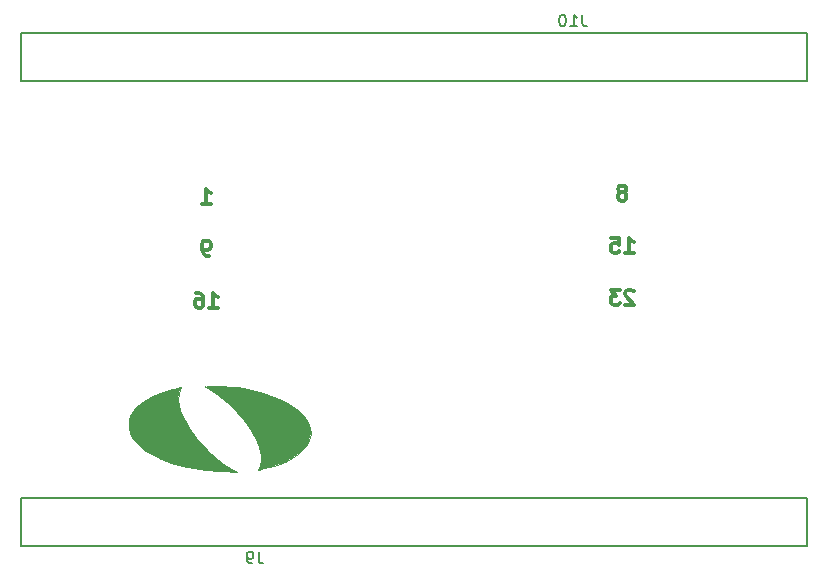
<source format=gbo>
G04 #@! TF.GenerationSoftware,KiCad,Pcbnew,5.0.2-bee76a0~70~ubuntu18.04.1*
G04 #@! TF.CreationDate,2019-05-01T23:50:06-04:00*
G04 #@! TF.ProjectId,external_board,65787465-726e-4616-9c5f-626f6172642e,rev?*
G04 #@! TF.SameCoordinates,Original*
G04 #@! TF.FileFunction,Legend,Bot*
G04 #@! TF.FilePolarity,Positive*
%FSLAX46Y46*%
G04 Gerber Fmt 4.6, Leading zero omitted, Abs format (unit mm)*
G04 Created by KiCad (PCBNEW 5.0.2-bee76a0~70~ubuntu18.04.1) date Wed 01 May 2019 11:50:06 PM EDT*
%MOMM*%
%LPD*%
G01*
G04 APERTURE LIST*
%ADD10C,0.300000*%
%ADD11C,0.150000*%
%ADD12C,0.010000*%
G04 APERTURE END LIST*
D10*
X133215742Y-69570523D02*
X133941457Y-69570523D01*
X133578600Y-69570523D02*
X133578600Y-68300523D01*
X133699552Y-68481952D01*
X133820504Y-68602904D01*
X133941457Y-68663380D01*
X133820504Y-73980523D02*
X133578600Y-73980523D01*
X133457647Y-73920047D01*
X133397171Y-73859571D01*
X133276219Y-73678142D01*
X133215742Y-73436238D01*
X133215742Y-72952428D01*
X133276219Y-72831476D01*
X133336695Y-72771000D01*
X133457647Y-72710523D01*
X133699552Y-72710523D01*
X133820504Y-72771000D01*
X133880980Y-72831476D01*
X133941457Y-72952428D01*
X133941457Y-73254809D01*
X133880980Y-73375761D01*
X133820504Y-73436238D01*
X133699552Y-73496714D01*
X133457647Y-73496714D01*
X133336695Y-73436238D01*
X133276219Y-73375761D01*
X133215742Y-73254809D01*
X133820504Y-78390523D02*
X134546219Y-78390523D01*
X134183361Y-78390523D02*
X134183361Y-77120523D01*
X134304314Y-77301952D01*
X134425266Y-77422904D01*
X134546219Y-77483380D01*
X132731933Y-77120523D02*
X132973838Y-77120523D01*
X133094790Y-77181000D01*
X133155266Y-77241476D01*
X133276219Y-77422904D01*
X133336695Y-77664809D01*
X133336695Y-78148619D01*
X133276219Y-78269571D01*
X133215742Y-78330047D01*
X133094790Y-78390523D01*
X132852885Y-78390523D01*
X132731933Y-78330047D01*
X132671457Y-78269571D01*
X132610980Y-78148619D01*
X132610980Y-77846238D01*
X132671457Y-77725285D01*
X132731933Y-77664809D01*
X132852885Y-77604333D01*
X133094790Y-77604333D01*
X133215742Y-77664809D01*
X133276219Y-77725285D01*
X133336695Y-77846238D01*
X168903952Y-68590809D02*
X169024904Y-68530333D01*
X169085380Y-68469857D01*
X169145857Y-68348904D01*
X169145857Y-68288428D01*
X169085380Y-68167476D01*
X169024904Y-68107000D01*
X168903952Y-68046523D01*
X168662047Y-68046523D01*
X168541095Y-68107000D01*
X168480619Y-68167476D01*
X168420142Y-68288428D01*
X168420142Y-68348904D01*
X168480619Y-68469857D01*
X168541095Y-68530333D01*
X168662047Y-68590809D01*
X168903952Y-68590809D01*
X169024904Y-68651285D01*
X169085380Y-68711761D01*
X169145857Y-68832714D01*
X169145857Y-69074619D01*
X169085380Y-69195571D01*
X169024904Y-69256047D01*
X168903952Y-69316523D01*
X168662047Y-69316523D01*
X168541095Y-69256047D01*
X168480619Y-69195571D01*
X168420142Y-69074619D01*
X168420142Y-68832714D01*
X168480619Y-68711761D01*
X168541095Y-68651285D01*
X168662047Y-68590809D01*
X169024904Y-73726523D02*
X169750619Y-73726523D01*
X169387761Y-73726523D02*
X169387761Y-72456523D01*
X169508714Y-72637952D01*
X169629666Y-72758904D01*
X169750619Y-72819380D01*
X167875857Y-72456523D02*
X168480619Y-72456523D01*
X168541095Y-73061285D01*
X168480619Y-73000809D01*
X168359666Y-72940333D01*
X168057285Y-72940333D01*
X167936333Y-73000809D01*
X167875857Y-73061285D01*
X167815380Y-73182238D01*
X167815380Y-73484619D01*
X167875857Y-73605571D01*
X167936333Y-73666047D01*
X168057285Y-73726523D01*
X168359666Y-73726523D01*
X168480619Y-73666047D01*
X168541095Y-73605571D01*
X169750619Y-76987476D02*
X169690142Y-76927000D01*
X169569190Y-76866523D01*
X169266809Y-76866523D01*
X169145857Y-76927000D01*
X169085380Y-76987476D01*
X169024904Y-77108428D01*
X169024904Y-77229380D01*
X169085380Y-77410809D01*
X169811095Y-78136523D01*
X169024904Y-78136523D01*
X168601571Y-76866523D02*
X167815380Y-76866523D01*
X168238714Y-77350333D01*
X168057285Y-77350333D01*
X167936333Y-77410809D01*
X167875857Y-77471285D01*
X167815380Y-77592238D01*
X167815380Y-77894619D01*
X167875857Y-78015571D01*
X167936333Y-78076047D01*
X168057285Y-78136523D01*
X168420142Y-78136523D01*
X168541095Y-78076047D01*
X168601571Y-78015571D01*
D11*
G04 #@! TO.C,J9*
X184404000Y-98552000D02*
X184404000Y-94488000D01*
X184404000Y-98552000D02*
X117856000Y-98552000D01*
X117856000Y-94488000D02*
X184404000Y-94488000D01*
X117856000Y-98552000D02*
X117856000Y-94488000D01*
G04 #@! TO.C,J10*
X184404000Y-55118000D02*
X184404000Y-59182000D01*
X184404000Y-59182000D02*
X117856000Y-59182000D01*
X117856000Y-55118000D02*
X184404000Y-55118000D01*
X117856000Y-55118000D02*
X117856000Y-59182000D01*
D12*
G04 #@! TO.C,G\002A\002A\002A*
G36*
X135409070Y-91833726D02*
X134917169Y-91503291D01*
X134370346Y-91069905D01*
X133809000Y-90570573D01*
X133273529Y-90042300D01*
X132804333Y-89522091D01*
X132583963Y-89245931D01*
X132126696Y-88579336D01*
X131753857Y-87913455D01*
X131471473Y-87267948D01*
X131285570Y-86662477D01*
X131202175Y-86116703D01*
X131227313Y-85650289D01*
X131367011Y-85282896D01*
X131368549Y-85280500D01*
X131450728Y-85142806D01*
X131468119Y-85094163D01*
X131381643Y-85115915D01*
X131168768Y-85170831D01*
X130866916Y-85249234D01*
X130683000Y-85297173D01*
X129690197Y-85598716D01*
X128857883Y-85944146D01*
X128182425Y-86335661D01*
X127660192Y-86775457D01*
X127287551Y-87265734D01*
X127219140Y-87392824D01*
X127037408Y-87923567D01*
X127015747Y-88448968D01*
X127144897Y-88963274D01*
X127415597Y-89460731D01*
X127818584Y-89935585D01*
X128344599Y-90382082D01*
X128984380Y-90794469D01*
X129728666Y-91166991D01*
X130568195Y-91493894D01*
X131493707Y-91769426D01*
X132495940Y-91987831D01*
X133565633Y-92143355D01*
X134693526Y-92230246D01*
X135023482Y-92241618D01*
X136146631Y-92269785D01*
X135409070Y-91833726D01*
X135409070Y-91833726D01*
G37*
X135409070Y-91833726D02*
X134917169Y-91503291D01*
X134370346Y-91069905D01*
X133809000Y-90570573D01*
X133273529Y-90042300D01*
X132804333Y-89522091D01*
X132583963Y-89245931D01*
X132126696Y-88579336D01*
X131753857Y-87913455D01*
X131471473Y-87267948D01*
X131285570Y-86662477D01*
X131202175Y-86116703D01*
X131227313Y-85650289D01*
X131367011Y-85282896D01*
X131368549Y-85280500D01*
X131450728Y-85142806D01*
X131468119Y-85094163D01*
X131381643Y-85115915D01*
X131168768Y-85170831D01*
X130866916Y-85249234D01*
X130683000Y-85297173D01*
X129690197Y-85598716D01*
X128857883Y-85944146D01*
X128182425Y-86335661D01*
X127660192Y-86775457D01*
X127287551Y-87265734D01*
X127219140Y-87392824D01*
X127037408Y-87923567D01*
X127015747Y-88448968D01*
X127144897Y-88963274D01*
X127415597Y-89460731D01*
X127818584Y-89935585D01*
X128344599Y-90382082D01*
X128984380Y-90794469D01*
X129728666Y-91166991D01*
X130568195Y-91493894D01*
X131493707Y-91769426D01*
X132495940Y-91987831D01*
X133565633Y-92143355D01*
X134693526Y-92230246D01*
X135023482Y-92241618D01*
X136146631Y-92269785D01*
X135409070Y-91833726D01*
G36*
X138062983Y-92089143D02*
X138213457Y-92049129D01*
X138479628Y-91980824D01*
X138812829Y-91896675D01*
X138938000Y-91865353D01*
X139570523Y-91671412D01*
X140209166Y-91411366D01*
X140807709Y-91108074D01*
X141319928Y-90784399D01*
X141626464Y-90535631D01*
X142047728Y-90052550D01*
X142307210Y-89555705D01*
X142411208Y-89051883D01*
X142366021Y-88547872D01*
X142177949Y-88050459D01*
X141853290Y-87566431D01*
X141398343Y-87102574D01*
X140819408Y-86665676D01*
X140122783Y-86262524D01*
X139314767Y-85899904D01*
X138401660Y-85584605D01*
X137389759Y-85323412D01*
X136657525Y-85181702D01*
X136199989Y-85108127D01*
X135883227Y-85067748D01*
X135682288Y-85058974D01*
X135572225Y-85080217D01*
X135536988Y-85110312D01*
X135478074Y-85164072D01*
X135467963Y-85120267D01*
X135386319Y-85060596D01*
X135157525Y-85021027D01*
X134937500Y-85008162D01*
X134570619Y-84996946D01*
X134199467Y-84984734D01*
X134006142Y-84977894D01*
X133771824Y-84980686D01*
X133626863Y-85004502D01*
X133603975Y-85023843D01*
X133538294Y-85053621D01*
X133455834Y-85038003D01*
X133448337Y-85051138D01*
X133565123Y-85128847D01*
X133781598Y-85255015D01*
X133818718Y-85275773D01*
X134611052Y-85785860D01*
X135393964Y-86432424D01*
X135976472Y-87005234D01*
X136653545Y-87770737D01*
X137198075Y-88516337D01*
X137636751Y-89279744D01*
X137746149Y-89505915D01*
X138034204Y-90211966D01*
X138192957Y-90817350D01*
X138223305Y-91329665D01*
X138126150Y-91756508D01*
X138033505Y-91934819D01*
X137954494Y-92073405D01*
X137978577Y-92108225D01*
X138062983Y-92089143D01*
X138062983Y-92089143D01*
G37*
X138062983Y-92089143D02*
X138213457Y-92049129D01*
X138479628Y-91980824D01*
X138812829Y-91896675D01*
X138938000Y-91865353D01*
X139570523Y-91671412D01*
X140209166Y-91411366D01*
X140807709Y-91108074D01*
X141319928Y-90784399D01*
X141626464Y-90535631D01*
X142047728Y-90052550D01*
X142307210Y-89555705D01*
X142411208Y-89051883D01*
X142366021Y-88547872D01*
X142177949Y-88050459D01*
X141853290Y-87566431D01*
X141398343Y-87102574D01*
X140819408Y-86665676D01*
X140122783Y-86262524D01*
X139314767Y-85899904D01*
X138401660Y-85584605D01*
X137389759Y-85323412D01*
X136657525Y-85181702D01*
X136199989Y-85108127D01*
X135883227Y-85067748D01*
X135682288Y-85058974D01*
X135572225Y-85080217D01*
X135536988Y-85110312D01*
X135478074Y-85164072D01*
X135467963Y-85120267D01*
X135386319Y-85060596D01*
X135157525Y-85021027D01*
X134937500Y-85008162D01*
X134570619Y-84996946D01*
X134199467Y-84984734D01*
X134006142Y-84977894D01*
X133771824Y-84980686D01*
X133626863Y-85004502D01*
X133603975Y-85023843D01*
X133538294Y-85053621D01*
X133455834Y-85038003D01*
X133448337Y-85051138D01*
X133565123Y-85128847D01*
X133781598Y-85255015D01*
X133818718Y-85275773D01*
X134611052Y-85785860D01*
X135393964Y-86432424D01*
X135976472Y-87005234D01*
X136653545Y-87770737D01*
X137198075Y-88516337D01*
X137636751Y-89279744D01*
X137746149Y-89505915D01*
X138034204Y-90211966D01*
X138192957Y-90817350D01*
X138223305Y-91329665D01*
X138126150Y-91756508D01*
X138033505Y-91934819D01*
X137954494Y-92073405D01*
X137978577Y-92108225D01*
X138062983Y-92089143D01*
G04 #@! TO.C,J9*
D11*
X138001333Y-99020380D02*
X138001333Y-99734666D01*
X138048952Y-99877523D01*
X138144190Y-99972761D01*
X138287047Y-100020380D01*
X138382285Y-100020380D01*
X137477523Y-100020380D02*
X137287047Y-100020380D01*
X137191809Y-99972761D01*
X137144190Y-99925142D01*
X137048952Y-99782285D01*
X137001333Y-99591809D01*
X137001333Y-99210857D01*
X137048952Y-99115619D01*
X137096571Y-99068000D01*
X137191809Y-99020380D01*
X137382285Y-99020380D01*
X137477523Y-99068000D01*
X137525142Y-99115619D01*
X137572761Y-99210857D01*
X137572761Y-99448952D01*
X137525142Y-99544190D01*
X137477523Y-99591809D01*
X137382285Y-99639428D01*
X137191809Y-99639428D01*
X137096571Y-99591809D01*
X137048952Y-99544190D01*
X137001333Y-99448952D01*
G04 #@! TO.C,J10*
X165401523Y-53554380D02*
X165401523Y-54268666D01*
X165449142Y-54411523D01*
X165544380Y-54506761D01*
X165687238Y-54554380D01*
X165782476Y-54554380D01*
X164401523Y-54554380D02*
X164972952Y-54554380D01*
X164687238Y-54554380D02*
X164687238Y-53554380D01*
X164782476Y-53697238D01*
X164877714Y-53792476D01*
X164972952Y-53840095D01*
X163782476Y-53554380D02*
X163687238Y-53554380D01*
X163592000Y-53602000D01*
X163544380Y-53649619D01*
X163496761Y-53744857D01*
X163449142Y-53935333D01*
X163449142Y-54173428D01*
X163496761Y-54363904D01*
X163544380Y-54459142D01*
X163592000Y-54506761D01*
X163687238Y-54554380D01*
X163782476Y-54554380D01*
X163877714Y-54506761D01*
X163925333Y-54459142D01*
X163972952Y-54363904D01*
X164020571Y-54173428D01*
X164020571Y-53935333D01*
X163972952Y-53744857D01*
X163925333Y-53649619D01*
X163877714Y-53602000D01*
X163782476Y-53554380D01*
G04 #@! TD*
M02*

</source>
